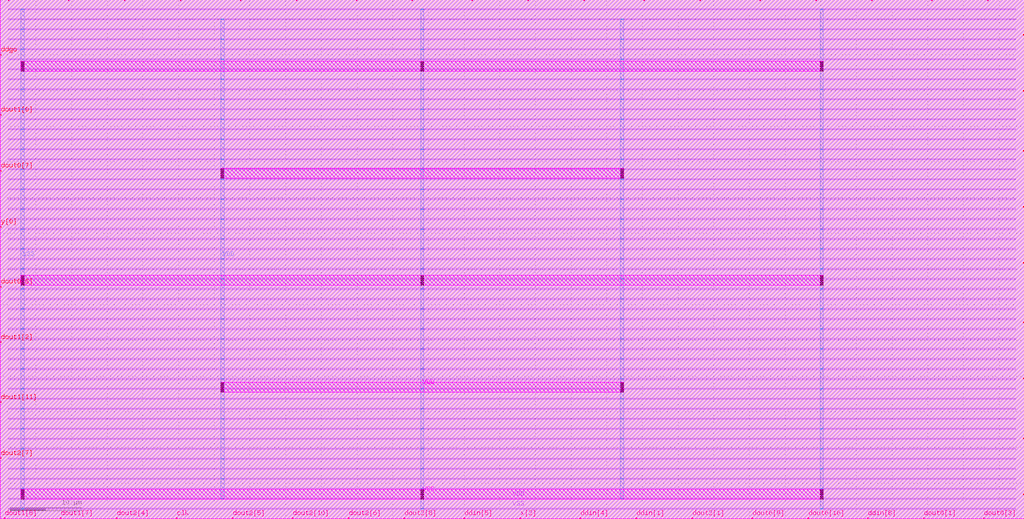
<source format=lef>
VERSION 5.8 ;
BUSBITCHARS "[]" ;
DIVIDERCHAR "/" ;
UNITS
    DATABASE MICRONS 2000 ;
END UNITS

VIA via1_2_960_340_1_3_300_300
  VIARULE Via1Array-0 ;
  CUTSIZE 0.07 0.07 ;
  LAYERS metal1 via1 metal2 ;
  CUTSPACING 0.08 0.08 ;
  ENCLOSURE 0.035 0.05 0.035 0.035 ;
  ROWCOL 1 3 ;
END via1_2_960_340_1_3_300_300

VIA via2_3_960_340_1_3_320_320
  VIARULE Via2Array-0 ;
  CUTSIZE 0.07 0.07 ;
  LAYERS metal2 via2 metal3 ;
  CUTSPACING 0.09 0.09 ;
  ENCLOSURE 0.035 0.035 0.035 0.035 ;
  ROWCOL 1 3 ;
END via2_3_960_340_1_3_320_320

VIA via3_4_960_340_1_3_320_320
  VIARULE Via3Array-0 ;
  CUTSIZE 0.07 0.07 ;
  LAYERS metal3 via3 metal4 ;
  CUTSPACING 0.09 0.09 ;
  ENCLOSURE 0.035 0.035 0.045 0.035 ;
  ROWCOL 1 3 ;
END via3_4_960_340_1_3_320_320

VIA via4_5_960_2800_5_2_600_600
  VIARULE Via4Array-0 ;
  CUTSIZE 0.14 0.14 ;
  LAYERS metal4 via4 metal5 ;
  CUTSPACING 0.16 0.16 ;
  ENCLOSURE 0.02 0 0 0 ;
  ROWCOL 5 2 ;
END via4_5_960_2800_5_2_600_600

VIA via5_6_960_2800_5_2_600_600
  VIARULE Via5Array-0 ;
  CUTSIZE 0.14 0.14 ;
  LAYERS metal5 via5 metal6 ;
  CUTSPACING 0.16 0.16 ;
  ENCLOSURE 0 0 0 0 ;
  ROWCOL 5 2 ;
END via5_6_960_2800_5_2_600_600

VIA via6_7_960_2800_4_1_600_600
  VIARULE Via6Array-0 ;
  CUTSIZE 0.14 0.14 ;
  LAYERS metal6 via6 metal7 ;
  CUTSPACING 0.16 0.16 ;
  ENCLOSURE 0 0 0.13 0.18 ;
  ROWCOL 4 1 ;
END via6_7_960_2800_4_1_600_600

MACRO dctub_part1
  FOREIGN dctub_part1 0 0 ;
  CLASS BLOCK ;
  SIZE 143.485 BY 72.74 ;
  PIN VSS
    USE GROUND ;
    DIRECTION INOUT ;
    PORT
      LAYER metal7 ;
        RECT  2.9 62.7 115.38 64.1 ;
        RECT  2.9 32.7 115.38 34.1 ;
        RECT  2.9 2.7 115.38 4.1 ;
      LAYER metal4 ;
        RECT  114.9 1.315 115.38 71.485 ;
        RECT  58.9 1.315 59.38 71.485 ;
        RECT  2.9 1.315 3.38 71.485 ;
      LAYER metal1 ;
        RECT  1.14 71.315 142.31 71.485 ;
        RECT  1.14 68.515 142.31 68.685 ;
        RECT  1.14 65.715 142.31 65.885 ;
        RECT  1.14 62.915 142.31 63.085 ;
        RECT  1.14 60.115 142.31 60.285 ;
        RECT  1.14 57.315 142.31 57.485 ;
        RECT  1.14 54.515 142.31 54.685 ;
        RECT  1.14 51.715 142.31 51.885 ;
        RECT  1.14 48.915 142.31 49.085 ;
        RECT  1.14 46.115 142.31 46.285 ;
        RECT  1.14 43.315 142.31 43.485 ;
        RECT  1.14 40.515 142.31 40.685 ;
        RECT  1.14 37.715 142.31 37.885 ;
        RECT  1.14 34.915 142.31 35.085 ;
        RECT  1.14 32.115 142.31 32.285 ;
        RECT  1.14 29.315 142.31 29.485 ;
        RECT  1.14 26.515 142.31 26.685 ;
        RECT  1.14 23.715 142.31 23.885 ;
        RECT  1.14 20.915 142.31 21.085 ;
        RECT  1.14 18.115 142.31 18.285 ;
        RECT  1.14 15.315 142.31 15.485 ;
        RECT  1.14 12.515 142.31 12.685 ;
        RECT  1.14 9.715 142.31 9.885 ;
        RECT  1.14 6.915 142.31 7.085 ;
        RECT  1.14 4.115 142.31 4.285 ;
        RECT  1.14 1.315 142.31 1.485 ;
      VIA 115.14 63.4 via6_7_960_2800_4_1_600_600 ;
      VIA 115.14 63.4 via5_6_960_2800_5_2_600_600 ;
      VIA 115.14 63.4 via4_5_960_2800_5_2_600_600 ;
      VIA 115.14 33.4 via6_7_960_2800_4_1_600_600 ;
      VIA 115.14 33.4 via5_6_960_2800_5_2_600_600 ;
      VIA 115.14 33.4 via4_5_960_2800_5_2_600_600 ;
      VIA 115.14 3.4 via6_7_960_2800_4_1_600_600 ;
      VIA 115.14 3.4 via5_6_960_2800_5_2_600_600 ;
      VIA 115.14 3.4 via4_5_960_2800_5_2_600_600 ;
      VIA 59.14 63.4 via6_7_960_2800_4_1_600_600 ;
      VIA 59.14 63.4 via5_6_960_2800_5_2_600_600 ;
      VIA 59.14 63.4 via4_5_960_2800_5_2_600_600 ;
      VIA 59.14 33.4 via6_7_960_2800_4_1_600_600 ;
      VIA 59.14 33.4 via5_6_960_2800_5_2_600_600 ;
      VIA 59.14 33.4 via4_5_960_2800_5_2_600_600 ;
      VIA 59.14 3.4 via6_7_960_2800_4_1_600_600 ;
      VIA 59.14 3.4 via5_6_960_2800_5_2_600_600 ;
      VIA 59.14 3.4 via4_5_960_2800_5_2_600_600 ;
      VIA 3.14 63.4 via6_7_960_2800_4_1_600_600 ;
      VIA 3.14 63.4 via5_6_960_2800_5_2_600_600 ;
      VIA 3.14 63.4 via4_5_960_2800_5_2_600_600 ;
      VIA 3.14 33.4 via6_7_960_2800_4_1_600_600 ;
      VIA 3.14 33.4 via5_6_960_2800_5_2_600_600 ;
      VIA 3.14 33.4 via4_5_960_2800_5_2_600_600 ;
      VIA 3.14 3.4 via6_7_960_2800_4_1_600_600 ;
      VIA 3.14 3.4 via5_6_960_2800_5_2_600_600 ;
      VIA 3.14 3.4 via4_5_960_2800_5_2_600_600 ;
      VIA 115.14 71.4 via3_4_960_340_1_3_320_320 ;
      VIA 115.14 71.4 via2_3_960_340_1_3_320_320 ;
      VIA 115.14 71.4 via1_2_960_340_1_3_300_300 ;
      VIA 115.14 68.6 via3_4_960_340_1_3_320_320 ;
      VIA 115.14 68.6 via2_3_960_340_1_3_320_320 ;
      VIA 115.14 68.6 via1_2_960_340_1_3_300_300 ;
      VIA 115.14 65.8 via3_4_960_340_1_3_320_320 ;
      VIA 115.14 65.8 via2_3_960_340_1_3_320_320 ;
      VIA 115.14 65.8 via1_2_960_340_1_3_300_300 ;
      VIA 115.14 63 via3_4_960_340_1_3_320_320 ;
      VIA 115.14 63 via2_3_960_340_1_3_320_320 ;
      VIA 115.14 63 via1_2_960_340_1_3_300_300 ;
      VIA 115.14 60.2 via3_4_960_340_1_3_320_320 ;
      VIA 115.14 60.2 via2_3_960_340_1_3_320_320 ;
      VIA 115.14 60.2 via1_2_960_340_1_3_300_300 ;
      VIA 115.14 57.4 via3_4_960_340_1_3_320_320 ;
      VIA 115.14 57.4 via2_3_960_340_1_3_320_320 ;
      VIA 115.14 57.4 via1_2_960_340_1_3_300_300 ;
      VIA 115.14 54.6 via3_4_960_340_1_3_320_320 ;
      VIA 115.14 54.6 via2_3_960_340_1_3_320_320 ;
      VIA 115.14 54.6 via1_2_960_340_1_3_300_300 ;
      VIA 115.14 51.8 via3_4_960_340_1_3_320_320 ;
      VIA 115.14 51.8 via2_3_960_340_1_3_320_320 ;
      VIA 115.14 51.8 via1_2_960_340_1_3_300_300 ;
      VIA 115.14 49 via3_4_960_340_1_3_320_320 ;
      VIA 115.14 49 via2_3_960_340_1_3_320_320 ;
      VIA 115.14 49 via1_2_960_340_1_3_300_300 ;
      VIA 115.14 46.2 via3_4_960_340_1_3_320_320 ;
      VIA 115.14 46.2 via2_3_960_340_1_3_320_320 ;
      VIA 115.14 46.2 via1_2_960_340_1_3_300_300 ;
      VIA 115.14 43.4 via3_4_960_340_1_3_320_320 ;
      VIA 115.14 43.4 via2_3_960_340_1_3_320_320 ;
      VIA 115.14 43.4 via1_2_960_340_1_3_300_300 ;
      VIA 115.14 40.6 via3_4_960_340_1_3_320_320 ;
      VIA 115.14 40.6 via2_3_960_340_1_3_320_320 ;
      VIA 115.14 40.6 via1_2_960_340_1_3_300_300 ;
      VIA 115.14 37.8 via3_4_960_340_1_3_320_320 ;
      VIA 115.14 37.8 via2_3_960_340_1_3_320_320 ;
      VIA 115.14 37.8 via1_2_960_340_1_3_300_300 ;
      VIA 115.14 35 via3_4_960_340_1_3_320_320 ;
      VIA 115.14 35 via2_3_960_340_1_3_320_320 ;
      VIA 115.14 35 via1_2_960_340_1_3_300_300 ;
      VIA 115.14 32.2 via3_4_960_340_1_3_320_320 ;
      VIA 115.14 32.2 via2_3_960_340_1_3_320_320 ;
      VIA 115.14 32.2 via1_2_960_340_1_3_300_300 ;
      VIA 115.14 29.4 via3_4_960_340_1_3_320_320 ;
      VIA 115.14 29.4 via2_3_960_340_1_3_320_320 ;
      VIA 115.14 29.4 via1_2_960_340_1_3_300_300 ;
      VIA 115.14 26.6 via3_4_960_340_1_3_320_320 ;
      VIA 115.14 26.6 via2_3_960_340_1_3_320_320 ;
      VIA 115.14 26.6 via1_2_960_340_1_3_300_300 ;
      VIA 115.14 23.8 via3_4_960_340_1_3_320_320 ;
      VIA 115.14 23.8 via2_3_960_340_1_3_320_320 ;
      VIA 115.14 23.8 via1_2_960_340_1_3_300_300 ;
      VIA 115.14 21 via3_4_960_340_1_3_320_320 ;
      VIA 115.14 21 via2_3_960_340_1_3_320_320 ;
      VIA 115.14 21 via1_2_960_340_1_3_300_300 ;
      VIA 115.14 18.2 via3_4_960_340_1_3_320_320 ;
      VIA 115.14 18.2 via2_3_960_340_1_3_320_320 ;
      VIA 115.14 18.2 via1_2_960_340_1_3_300_300 ;
      VIA 115.14 15.4 via3_4_960_340_1_3_320_320 ;
      VIA 115.14 15.4 via2_3_960_340_1_3_320_320 ;
      VIA 115.14 15.4 via1_2_960_340_1_3_300_300 ;
      VIA 115.14 12.6 via3_4_960_340_1_3_320_320 ;
      VIA 115.14 12.6 via2_3_960_340_1_3_320_320 ;
      VIA 115.14 12.6 via1_2_960_340_1_3_300_300 ;
      VIA 115.14 9.8 via3_4_960_340_1_3_320_320 ;
      VIA 115.14 9.8 via2_3_960_340_1_3_320_320 ;
      VIA 115.14 9.8 via1_2_960_340_1_3_300_300 ;
      VIA 115.14 7 via3_4_960_340_1_3_320_320 ;
      VIA 115.14 7 via2_3_960_340_1_3_320_320 ;
      VIA 115.14 7 via1_2_960_340_1_3_300_300 ;
      VIA 115.14 4.2 via3_4_960_340_1_3_320_320 ;
      VIA 115.14 4.2 via2_3_960_340_1_3_320_320 ;
      VIA 115.14 4.2 via1_2_960_340_1_3_300_300 ;
      VIA 115.14 1.4 via3_4_960_340_1_3_320_320 ;
      VIA 115.14 1.4 via2_3_960_340_1_3_320_320 ;
      VIA 115.14 1.4 via1_2_960_340_1_3_300_300 ;
      VIA 59.14 71.4 via3_4_960_340_1_3_320_320 ;
      VIA 59.14 71.4 via2_3_960_340_1_3_320_320 ;
      VIA 59.14 71.4 via1_2_960_340_1_3_300_300 ;
      VIA 59.14 68.6 via3_4_960_340_1_3_320_320 ;
      VIA 59.14 68.6 via2_3_960_340_1_3_320_320 ;
      VIA 59.14 68.6 via1_2_960_340_1_3_300_300 ;
      VIA 59.14 65.8 via3_4_960_340_1_3_320_320 ;
      VIA 59.14 65.8 via2_3_960_340_1_3_320_320 ;
      VIA 59.14 65.8 via1_2_960_340_1_3_300_300 ;
      VIA 59.14 63 via3_4_960_340_1_3_320_320 ;
      VIA 59.14 63 via2_3_960_340_1_3_320_320 ;
      VIA 59.14 63 via1_2_960_340_1_3_300_300 ;
      VIA 59.14 60.2 via3_4_960_340_1_3_320_320 ;
      VIA 59.14 60.2 via2_3_960_340_1_3_320_320 ;
      VIA 59.14 60.2 via1_2_960_340_1_3_300_300 ;
      VIA 59.14 57.4 via3_4_960_340_1_3_320_320 ;
      VIA 59.14 57.4 via2_3_960_340_1_3_320_320 ;
      VIA 59.14 57.4 via1_2_960_340_1_3_300_300 ;
      VIA 59.14 54.6 via3_4_960_340_1_3_320_320 ;
      VIA 59.14 54.6 via2_3_960_340_1_3_320_320 ;
      VIA 59.14 54.6 via1_2_960_340_1_3_300_300 ;
      VIA 59.14 51.8 via3_4_960_340_1_3_320_320 ;
      VIA 59.14 51.8 via2_3_960_340_1_3_320_320 ;
      VIA 59.14 51.8 via1_2_960_340_1_3_300_300 ;
      VIA 59.14 49 via3_4_960_340_1_3_320_320 ;
      VIA 59.14 49 via2_3_960_340_1_3_320_320 ;
      VIA 59.14 49 via1_2_960_340_1_3_300_300 ;
      VIA 59.14 46.2 via3_4_960_340_1_3_320_320 ;
      VIA 59.14 46.2 via2_3_960_340_1_3_320_320 ;
      VIA 59.14 46.2 via1_2_960_340_1_3_300_300 ;
      VIA 59.14 43.4 via3_4_960_340_1_3_320_320 ;
      VIA 59.14 43.4 via2_3_960_340_1_3_320_320 ;
      VIA 59.14 43.4 via1_2_960_340_1_3_300_300 ;
      VIA 59.14 40.6 via3_4_960_340_1_3_320_320 ;
      VIA 59.14 40.6 via2_3_960_340_1_3_320_320 ;
      VIA 59.14 40.6 via1_2_960_340_1_3_300_300 ;
      VIA 59.14 37.8 via3_4_960_340_1_3_320_320 ;
      VIA 59.14 37.8 via2_3_960_340_1_3_320_320 ;
      VIA 59.14 37.8 via1_2_960_340_1_3_300_300 ;
      VIA 59.14 35 via3_4_960_340_1_3_320_320 ;
      VIA 59.14 35 via2_3_960_340_1_3_320_320 ;
      VIA 59.14 35 via1_2_960_340_1_3_300_300 ;
      VIA 59.14 32.2 via3_4_960_340_1_3_320_320 ;
      VIA 59.14 32.2 via2_3_960_340_1_3_320_320 ;
      VIA 59.14 32.2 via1_2_960_340_1_3_300_300 ;
      VIA 59.14 29.4 via3_4_960_340_1_3_320_320 ;
      VIA 59.14 29.4 via2_3_960_340_1_3_320_320 ;
      VIA 59.14 29.4 via1_2_960_340_1_3_300_300 ;
      VIA 59.14 26.6 via3_4_960_340_1_3_320_320 ;
      VIA 59.14 26.6 via2_3_960_340_1_3_320_320 ;
      VIA 59.14 26.6 via1_2_960_340_1_3_300_300 ;
      VIA 59.14 23.8 via3_4_960_340_1_3_320_320 ;
      VIA 59.14 23.8 via2_3_960_340_1_3_320_320 ;
      VIA 59.14 23.8 via1_2_960_340_1_3_300_300 ;
      VIA 59.14 21 via3_4_960_340_1_3_320_320 ;
      VIA 59.14 21 via2_3_960_340_1_3_320_320 ;
      VIA 59.14 21 via1_2_960_340_1_3_300_300 ;
      VIA 59.14 18.2 via3_4_960_340_1_3_320_320 ;
      VIA 59.14 18.2 via2_3_960_340_1_3_320_320 ;
      VIA 59.14 18.2 via1_2_960_340_1_3_300_300 ;
      VIA 59.14 15.4 via3_4_960_340_1_3_320_320 ;
      VIA 59.14 15.4 via2_3_960_340_1_3_320_320 ;
      VIA 59.14 15.4 via1_2_960_340_1_3_300_300 ;
      VIA 59.14 12.6 via3_4_960_340_1_3_320_320 ;
      VIA 59.14 12.6 via2_3_960_340_1_3_320_320 ;
      VIA 59.14 12.6 via1_2_960_340_1_3_300_300 ;
      VIA 59.14 9.8 via3_4_960_340_1_3_320_320 ;
      VIA 59.14 9.8 via2_3_960_340_1_3_320_320 ;
      VIA 59.14 9.8 via1_2_960_340_1_3_300_300 ;
      VIA 59.14 7 via3_4_960_340_1_3_320_320 ;
      VIA 59.14 7 via2_3_960_340_1_3_320_320 ;
      VIA 59.14 7 via1_2_960_340_1_3_300_300 ;
      VIA 59.14 4.2 via3_4_960_340_1_3_320_320 ;
      VIA 59.14 4.2 via2_3_960_340_1_3_320_320 ;
      VIA 59.14 4.2 via1_2_960_340_1_3_300_300 ;
      VIA 59.14 1.4 via3_4_960_340_1_3_320_320 ;
      VIA 59.14 1.4 via2_3_960_340_1_3_320_320 ;
      VIA 59.14 1.4 via1_2_960_340_1_3_300_300 ;
      VIA 3.14 71.4 via3_4_960_340_1_3_320_320 ;
      VIA 3.14 71.4 via2_3_960_340_1_3_320_320 ;
      VIA 3.14 71.4 via1_2_960_340_1_3_300_300 ;
      VIA 3.14 68.6 via3_4_960_340_1_3_320_320 ;
      VIA 3.14 68.6 via2_3_960_340_1_3_320_320 ;
      VIA 3.14 68.6 via1_2_960_340_1_3_300_300 ;
      VIA 3.14 65.8 via3_4_960_340_1_3_320_320 ;
      VIA 3.14 65.8 via2_3_960_340_1_3_320_320 ;
      VIA 3.14 65.8 via1_2_960_340_1_3_300_300 ;
      VIA 3.14 63 via3_4_960_340_1_3_320_320 ;
      VIA 3.14 63 via2_3_960_340_1_3_320_320 ;
      VIA 3.14 63 via1_2_960_340_1_3_300_300 ;
      VIA 3.14 60.2 via3_4_960_340_1_3_320_320 ;
      VIA 3.14 60.2 via2_3_960_340_1_3_320_320 ;
      VIA 3.14 60.2 via1_2_960_340_1_3_300_300 ;
      VIA 3.14 57.4 via3_4_960_340_1_3_320_320 ;
      VIA 3.14 57.4 via2_3_960_340_1_3_320_320 ;
      VIA 3.14 57.4 via1_2_960_340_1_3_300_300 ;
      VIA 3.14 54.6 via3_4_960_340_1_3_320_320 ;
      VIA 3.14 54.6 via2_3_960_340_1_3_320_320 ;
      VIA 3.14 54.6 via1_2_960_340_1_3_300_300 ;
      VIA 3.14 51.8 via3_4_960_340_1_3_320_320 ;
      VIA 3.14 51.8 via2_3_960_340_1_3_320_320 ;
      VIA 3.14 51.8 via1_2_960_340_1_3_300_300 ;
      VIA 3.14 49 via3_4_960_340_1_3_320_320 ;
      VIA 3.14 49 via2_3_960_340_1_3_320_320 ;
      VIA 3.14 49 via1_2_960_340_1_3_300_300 ;
      VIA 3.14 46.2 via3_4_960_340_1_3_320_320 ;
      VIA 3.14 46.2 via2_3_960_340_1_3_320_320 ;
      VIA 3.14 46.2 via1_2_960_340_1_3_300_300 ;
      VIA 3.14 43.4 via3_4_960_340_1_3_320_320 ;
      VIA 3.14 43.4 via2_3_960_340_1_3_320_320 ;
      VIA 3.14 43.4 via1_2_960_340_1_3_300_300 ;
      VIA 3.14 40.6 via3_4_960_340_1_3_320_320 ;
      VIA 3.14 40.6 via2_3_960_340_1_3_320_320 ;
      VIA 3.14 40.6 via1_2_960_340_1_3_300_300 ;
      VIA 3.14 37.8 via3_4_960_340_1_3_320_320 ;
      VIA 3.14 37.8 via2_3_960_340_1_3_320_320 ;
      VIA 3.14 37.8 via1_2_960_340_1_3_300_300 ;
      VIA 3.14 35 via3_4_960_340_1_3_320_320 ;
      VIA 3.14 35 via2_3_960_340_1_3_320_320 ;
      VIA 3.14 35 via1_2_960_340_1_3_300_300 ;
      VIA 3.14 32.2 via3_4_960_340_1_3_320_320 ;
      VIA 3.14 32.2 via2_3_960_340_1_3_320_320 ;
      VIA 3.14 32.2 via1_2_960_340_1_3_300_300 ;
      VIA 3.14 29.4 via3_4_960_340_1_3_320_320 ;
      VIA 3.14 29.4 via2_3_960_340_1_3_320_320 ;
      VIA 3.14 29.4 via1_2_960_340_1_3_300_300 ;
      VIA 3.14 26.6 via3_4_960_340_1_3_320_320 ;
      VIA 3.14 26.6 via2_3_960_340_1_3_320_320 ;
      VIA 3.14 26.6 via1_2_960_340_1_3_300_300 ;
      VIA 3.14 23.8 via3_4_960_340_1_3_320_320 ;
      VIA 3.14 23.8 via2_3_960_340_1_3_320_320 ;
      VIA 3.14 23.8 via1_2_960_340_1_3_300_300 ;
      VIA 3.14 21 via3_4_960_340_1_3_320_320 ;
      VIA 3.14 21 via2_3_960_340_1_3_320_320 ;
      VIA 3.14 21 via1_2_960_340_1_3_300_300 ;
      VIA 3.14 18.2 via3_4_960_340_1_3_320_320 ;
      VIA 3.14 18.2 via2_3_960_340_1_3_320_320 ;
      VIA 3.14 18.2 via1_2_960_340_1_3_300_300 ;
      VIA 3.14 15.4 via3_4_960_340_1_3_320_320 ;
      VIA 3.14 15.4 via2_3_960_340_1_3_320_320 ;
      VIA 3.14 15.4 via1_2_960_340_1_3_300_300 ;
      VIA 3.14 12.6 via3_4_960_340_1_3_320_320 ;
      VIA 3.14 12.6 via2_3_960_340_1_3_320_320 ;
      VIA 3.14 12.6 via1_2_960_340_1_3_300_300 ;
      VIA 3.14 9.8 via3_4_960_340_1_3_320_320 ;
      VIA 3.14 9.8 via2_3_960_340_1_3_320_320 ;
      VIA 3.14 9.8 via1_2_960_340_1_3_300_300 ;
      VIA 3.14 7 via3_4_960_340_1_3_320_320 ;
      VIA 3.14 7 via2_3_960_340_1_3_320_320 ;
      VIA 3.14 7 via1_2_960_340_1_3_300_300 ;
      VIA 3.14 4.2 via3_4_960_340_1_3_320_320 ;
      VIA 3.14 4.2 via2_3_960_340_1_3_320_320 ;
      VIA 3.14 4.2 via1_2_960_340_1_3_300_300 ;
      VIA 3.14 1.4 via3_4_960_340_1_3_320_320 ;
      VIA 3.14 1.4 via2_3_960_340_1_3_320_320 ;
      VIA 3.14 1.4 via1_2_960_340_1_3_300_300 ;
    END
  END VSS
  PIN VDD
    USE POWER ;
    DIRECTION INOUT ;
    PORT
      LAYER metal7 ;
        RECT  30.9 47.7 87.38 49.1 ;
        RECT  30.9 17.7 87.38 19.1 ;
      LAYER metal4 ;
        RECT  86.9 2.715 87.38 70.085 ;
        RECT  30.9 2.715 31.38 70.085 ;
      LAYER metal1 ;
        RECT  1.14 69.915 142.31 70.085 ;
        RECT  1.14 67.115 142.31 67.285 ;
        RECT  1.14 64.315 142.31 64.485 ;
        RECT  1.14 61.515 142.31 61.685 ;
        RECT  1.14 58.715 142.31 58.885 ;
        RECT  1.14 55.915 142.31 56.085 ;
        RECT  1.14 53.115 142.31 53.285 ;
        RECT  1.14 50.315 142.31 50.485 ;
        RECT  1.14 47.515 142.31 47.685 ;
        RECT  1.14 44.715 142.31 44.885 ;
        RECT  1.14 41.915 142.31 42.085 ;
        RECT  1.14 39.115 142.31 39.285 ;
        RECT  1.14 36.315 142.31 36.485 ;
        RECT  1.14 33.515 142.31 33.685 ;
        RECT  1.14 30.715 142.31 30.885 ;
        RECT  1.14 27.915 142.31 28.085 ;
        RECT  1.14 25.115 142.31 25.285 ;
        RECT  1.14 22.315 142.31 22.485 ;
        RECT  1.14 19.515 142.31 19.685 ;
        RECT  1.14 16.715 142.31 16.885 ;
        RECT  1.14 13.915 142.31 14.085 ;
        RECT  1.14 11.115 142.31 11.285 ;
        RECT  1.14 8.315 142.31 8.485 ;
        RECT  1.14 5.515 142.31 5.685 ;
        RECT  1.14 2.715 142.31 2.885 ;
      VIA 87.14 48.4 via6_7_960_2800_4_1_600_600 ;
      VIA 87.14 48.4 via5_6_960_2800_5_2_600_600 ;
      VIA 87.14 48.4 via4_5_960_2800_5_2_600_600 ;
      VIA 87.14 18.4 via6_7_960_2800_4_1_600_600 ;
      VIA 87.14 18.4 via5_6_960_2800_5_2_600_600 ;
      VIA 87.14 18.4 via4_5_960_2800_5_2_600_600 ;
      VIA 31.14 48.4 via6_7_960_2800_4_1_600_600 ;
      VIA 31.14 48.4 via5_6_960_2800_5_2_600_600 ;
      VIA 31.14 48.4 via4_5_960_2800_5_2_600_600 ;
      VIA 31.14 18.4 via6_7_960_2800_4_1_600_600 ;
      VIA 31.14 18.4 via5_6_960_2800_5_2_600_600 ;
      VIA 31.14 18.4 via4_5_960_2800_5_2_600_600 ;
      VIA 87.14 70 via3_4_960_340_1_3_320_320 ;
      VIA 87.14 70 via2_3_960_340_1_3_320_320 ;
      VIA 87.14 70 via1_2_960_340_1_3_300_300 ;
      VIA 87.14 67.2 via3_4_960_340_1_3_320_320 ;
      VIA 87.14 67.2 via2_3_960_340_1_3_320_320 ;
      VIA 87.14 67.2 via1_2_960_340_1_3_300_300 ;
      VIA 87.14 64.4 via3_4_960_340_1_3_320_320 ;
      VIA 87.14 64.4 via2_3_960_340_1_3_320_320 ;
      VIA 87.14 64.4 via1_2_960_340_1_3_300_300 ;
      VIA 87.14 61.6 via3_4_960_340_1_3_320_320 ;
      VIA 87.14 61.6 via2_3_960_340_1_3_320_320 ;
      VIA 87.14 61.6 via1_2_960_340_1_3_300_300 ;
      VIA 87.14 58.8 via3_4_960_340_1_3_320_320 ;
      VIA 87.14 58.8 via2_3_960_340_1_3_320_320 ;
      VIA 87.14 58.8 via1_2_960_340_1_3_300_300 ;
      VIA 87.14 56 via3_4_960_340_1_3_320_320 ;
      VIA 87.14 56 via2_3_960_340_1_3_320_320 ;
      VIA 87.14 56 via1_2_960_340_1_3_300_300 ;
      VIA 87.14 53.2 via3_4_960_340_1_3_320_320 ;
      VIA 87.14 53.2 via2_3_960_340_1_3_320_320 ;
      VIA 87.14 53.2 via1_2_960_340_1_3_300_300 ;
      VIA 87.14 50.4 via3_4_960_340_1_3_320_320 ;
      VIA 87.14 50.4 via2_3_960_340_1_3_320_320 ;
      VIA 87.14 50.4 via1_2_960_340_1_3_300_300 ;
      VIA 87.14 47.6 via3_4_960_340_1_3_320_320 ;
      VIA 87.14 47.6 via2_3_960_340_1_3_320_320 ;
      VIA 87.14 47.6 via1_2_960_340_1_3_300_300 ;
      VIA 87.14 44.8 via3_4_960_340_1_3_320_320 ;
      VIA 87.14 44.8 via2_3_960_340_1_3_320_320 ;
      VIA 87.14 44.8 via1_2_960_340_1_3_300_300 ;
      VIA 87.14 42 via3_4_960_340_1_3_320_320 ;
      VIA 87.14 42 via2_3_960_340_1_3_320_320 ;
      VIA 87.14 42 via1_2_960_340_1_3_300_300 ;
      VIA 87.14 39.2 via3_4_960_340_1_3_320_320 ;
      VIA 87.14 39.2 via2_3_960_340_1_3_320_320 ;
      VIA 87.14 39.2 via1_2_960_340_1_3_300_300 ;
      VIA 87.14 36.4 via3_4_960_340_1_3_320_320 ;
      VIA 87.14 36.4 via2_3_960_340_1_3_320_320 ;
      VIA 87.14 36.4 via1_2_960_340_1_3_300_300 ;
      VIA 87.14 33.6 via3_4_960_340_1_3_320_320 ;
      VIA 87.14 33.6 via2_3_960_340_1_3_320_320 ;
      VIA 87.14 33.6 via1_2_960_340_1_3_300_300 ;
      VIA 87.14 30.8 via3_4_960_340_1_3_320_320 ;
      VIA 87.14 30.8 via2_3_960_340_1_3_320_320 ;
      VIA 87.14 30.8 via1_2_960_340_1_3_300_300 ;
      VIA 87.14 28 via3_4_960_340_1_3_320_320 ;
      VIA 87.14 28 via2_3_960_340_1_3_320_320 ;
      VIA 87.14 28 via1_2_960_340_1_3_300_300 ;
      VIA 87.14 25.2 via3_4_960_340_1_3_320_320 ;
      VIA 87.14 25.2 via2_3_960_340_1_3_320_320 ;
      VIA 87.14 25.2 via1_2_960_340_1_3_300_300 ;
      VIA 87.14 22.4 via3_4_960_340_1_3_320_320 ;
      VIA 87.14 22.4 via2_3_960_340_1_3_320_320 ;
      VIA 87.14 22.4 via1_2_960_340_1_3_300_300 ;
      VIA 87.14 19.6 via3_4_960_340_1_3_320_320 ;
      VIA 87.14 19.6 via2_3_960_340_1_3_320_320 ;
      VIA 87.14 19.6 via1_2_960_340_1_3_300_300 ;
      VIA 87.14 16.8 via3_4_960_340_1_3_320_320 ;
      VIA 87.14 16.8 via2_3_960_340_1_3_320_320 ;
      VIA 87.14 16.8 via1_2_960_340_1_3_300_300 ;
      VIA 87.14 14 via3_4_960_340_1_3_320_320 ;
      VIA 87.14 14 via2_3_960_340_1_3_320_320 ;
      VIA 87.14 14 via1_2_960_340_1_3_300_300 ;
      VIA 87.14 11.2 via3_4_960_340_1_3_320_320 ;
      VIA 87.14 11.2 via2_3_960_340_1_3_320_320 ;
      VIA 87.14 11.2 via1_2_960_340_1_3_300_300 ;
      VIA 87.14 8.4 via3_4_960_340_1_3_320_320 ;
      VIA 87.14 8.4 via2_3_960_340_1_3_320_320 ;
      VIA 87.14 8.4 via1_2_960_340_1_3_300_300 ;
      VIA 87.14 5.6 via3_4_960_340_1_3_320_320 ;
      VIA 87.14 5.6 via2_3_960_340_1_3_320_320 ;
      VIA 87.14 5.6 via1_2_960_340_1_3_300_300 ;
      VIA 87.14 2.8 via3_4_960_340_1_3_320_320 ;
      VIA 87.14 2.8 via2_3_960_340_1_3_320_320 ;
      VIA 87.14 2.8 via1_2_960_340_1_3_300_300 ;
      VIA 31.14 70 via3_4_960_340_1_3_320_320 ;
      VIA 31.14 70 via2_3_960_340_1_3_320_320 ;
      VIA 31.14 70 via1_2_960_340_1_3_300_300 ;
      VIA 31.14 67.2 via3_4_960_340_1_3_320_320 ;
      VIA 31.14 67.2 via2_3_960_340_1_3_320_320 ;
      VIA 31.14 67.2 via1_2_960_340_1_3_300_300 ;
      VIA 31.14 64.4 via3_4_960_340_1_3_320_320 ;
      VIA 31.14 64.4 via2_3_960_340_1_3_320_320 ;
      VIA 31.14 64.4 via1_2_960_340_1_3_300_300 ;
      VIA 31.14 61.6 via3_4_960_340_1_3_320_320 ;
      VIA 31.14 61.6 via2_3_960_340_1_3_320_320 ;
      VIA 31.14 61.6 via1_2_960_340_1_3_300_300 ;
      VIA 31.14 58.8 via3_4_960_340_1_3_320_320 ;
      VIA 31.14 58.8 via2_3_960_340_1_3_320_320 ;
      VIA 31.14 58.8 via1_2_960_340_1_3_300_300 ;
      VIA 31.14 56 via3_4_960_340_1_3_320_320 ;
      VIA 31.14 56 via2_3_960_340_1_3_320_320 ;
      VIA 31.14 56 via1_2_960_340_1_3_300_300 ;
      VIA 31.14 53.2 via3_4_960_340_1_3_320_320 ;
      VIA 31.14 53.2 via2_3_960_340_1_3_320_320 ;
      VIA 31.14 53.2 via1_2_960_340_1_3_300_300 ;
      VIA 31.14 50.4 via3_4_960_340_1_3_320_320 ;
      VIA 31.14 50.4 via2_3_960_340_1_3_320_320 ;
      VIA 31.14 50.4 via1_2_960_340_1_3_300_300 ;
      VIA 31.14 47.6 via3_4_960_340_1_3_320_320 ;
      VIA 31.14 47.6 via2_3_960_340_1_3_320_320 ;
      VIA 31.14 47.6 via1_2_960_340_1_3_300_300 ;
      VIA 31.14 44.8 via3_4_960_340_1_3_320_320 ;
      VIA 31.14 44.8 via2_3_960_340_1_3_320_320 ;
      VIA 31.14 44.8 via1_2_960_340_1_3_300_300 ;
      VIA 31.14 42 via3_4_960_340_1_3_320_320 ;
      VIA 31.14 42 via2_3_960_340_1_3_320_320 ;
      VIA 31.14 42 via1_2_960_340_1_3_300_300 ;
      VIA 31.14 39.2 via3_4_960_340_1_3_320_320 ;
      VIA 31.14 39.2 via2_3_960_340_1_3_320_320 ;
      VIA 31.14 39.2 via1_2_960_340_1_3_300_300 ;
      VIA 31.14 36.4 via3_4_960_340_1_3_320_320 ;
      VIA 31.14 36.4 via2_3_960_340_1_3_320_320 ;
      VIA 31.14 36.4 via1_2_960_340_1_3_300_300 ;
      VIA 31.14 33.6 via3_4_960_340_1_3_320_320 ;
      VIA 31.14 33.6 via2_3_960_340_1_3_320_320 ;
      VIA 31.14 33.6 via1_2_960_340_1_3_300_300 ;
      VIA 31.14 30.8 via3_4_960_340_1_3_320_320 ;
      VIA 31.14 30.8 via2_3_960_340_1_3_320_320 ;
      VIA 31.14 30.8 via1_2_960_340_1_3_300_300 ;
      VIA 31.14 28 via3_4_960_340_1_3_320_320 ;
      VIA 31.14 28 via2_3_960_340_1_3_320_320 ;
      VIA 31.14 28 via1_2_960_340_1_3_300_300 ;
      VIA 31.14 25.2 via3_4_960_340_1_3_320_320 ;
      VIA 31.14 25.2 via2_3_960_340_1_3_320_320 ;
      VIA 31.14 25.2 via1_2_960_340_1_3_300_300 ;
      VIA 31.14 22.4 via3_4_960_340_1_3_320_320 ;
      VIA 31.14 22.4 via2_3_960_340_1_3_320_320 ;
      VIA 31.14 22.4 via1_2_960_340_1_3_300_300 ;
      VIA 31.14 19.6 via3_4_960_340_1_3_320_320 ;
      VIA 31.14 19.6 via2_3_960_340_1_3_320_320 ;
      VIA 31.14 19.6 via1_2_960_340_1_3_300_300 ;
      VIA 31.14 16.8 via3_4_960_340_1_3_320_320 ;
      VIA 31.14 16.8 via2_3_960_340_1_3_320_320 ;
      VIA 31.14 16.8 via1_2_960_340_1_3_300_300 ;
      VIA 31.14 14 via3_4_960_340_1_3_320_320 ;
      VIA 31.14 14 via2_3_960_340_1_3_320_320 ;
      VIA 31.14 14 via1_2_960_340_1_3_300_300 ;
      VIA 31.14 11.2 via3_4_960_340_1_3_320_320 ;
      VIA 31.14 11.2 via2_3_960_340_1_3_320_320 ;
      VIA 31.14 11.2 via1_2_960_340_1_3_300_300 ;
      VIA 31.14 8.4 via3_4_960_340_1_3_320_320 ;
      VIA 31.14 8.4 via2_3_960_340_1_3_320_320 ;
      VIA 31.14 8.4 via1_2_960_340_1_3_300_300 ;
      VIA 31.14 5.6 via3_4_960_340_1_3_320_320 ;
      VIA 31.14 5.6 via2_3_960_340_1_3_320_320 ;
      VIA 31.14 5.6 via1_2_960_340_1_3_300_300 ;
      VIA 31.14 2.8 via3_4_960_340_1_3_320_320 ;
      VIA 31.14 2.8 via2_3_960_340_1_3_320_320 ;
      VIA 31.14 2.8 via1_2_960_340_1_3_300_300 ;
    END
  END VDD
  PIN clk
    DIRECTION INPUT ;
    USE SIGNAL ;
    PORT
      LAYER metal6 ;
        RECT  24.665 0 24.805 0.14 ;
    END
  END clk
  PIN ddgo
    DIRECTION INPUT ;
    USE SIGNAL ;
    PORT
      LAYER metal5 ;
        RECT  0 64.96 0.14 65.1 ;
    END
  END ddgo
  PIN ddin[1]
    DIRECTION INPUT ;
    USE SIGNAL ;
    PORT
      LAYER metal6 ;
        RECT  89.065 0 89.205 0.14 ;
    END
  END ddin[1]
  PIN ddin[2]
    DIRECTION INPUT ;
    USE SIGNAL ;
    PORT
      LAYER metal6 ;
        RECT  41.465 72.6 41.605 72.74 ;
    END
  END ddin[2]
  PIN ddin[3]
    DIRECTION INPUT ;
    USE SIGNAL ;
    PORT
      LAYER metal5 ;
        RECT  143.345 19.6 143.485 19.74 ;
    END
  END ddin[3]
  PIN ddin[4]
    DIRECTION INPUT ;
    USE SIGNAL ;
    PORT
      LAYER metal6 ;
        RECT  81.225 0 81.365 0.14 ;
    END
  END ddin[4]
  PIN ddin[5]
    DIRECTION INPUT ;
    USE SIGNAL ;
    PORT
      LAYER metal6 ;
        RECT  64.985 0 65.125 0.14 ;
    END
  END ddin[5]
  PIN ddin[6]
    DIRECTION INPUT ;
    USE SIGNAL ;
    PORT
      LAYER metal6 ;
        RECT  9.545 72.6 9.685 72.74 ;
    END
  END ddin[6]
  PIN ddin[7]
    DIRECTION INPUT ;
    USE SIGNAL ;
    PORT
      LAYER metal6 ;
        RECT  33.625 72.6 33.765 72.74 ;
    END
  END ddin[7]
  PIN ddin[8]
    DIRECTION INPUT ;
    USE SIGNAL ;
    PORT
      LAYER metal6 ;
        RECT  121.545 0 121.685 0.14 ;
    END
  END ddin[8]
  PIN dout0[0]
    DIRECTION OUTPUT ;
    USE SIGNAL ;
    PORT
      LAYER metal6 ;
        RECT  106.425 72.6 106.565 72.74 ;
    END
  END dout0[0]
  PIN dout0[10]
    DIRECTION OUTPUT ;
    USE SIGNAL ;
    PORT
      LAYER metal6 ;
        RECT  113.145 0 113.285 0.14 ;
    END
  END dout0[10]
  PIN dout0[11]
    DIRECTION OUTPUT ;
    USE SIGNAL ;
    PORT
      LAYER metal6 ;
        RECT  122.105 72.6 122.245 72.74 ;
    END
  END dout0[11]
  PIN dout0[1]
    DIRECTION OUTPUT ;
    USE SIGNAL ;
    PORT
      LAYER metal6 ;
        RECT  129.385 0 129.525 0.14 ;
    END
  END dout0[1]
  PIN dout0[2]
    DIRECTION OUTPUT ;
    USE SIGNAL ;
    PORT
      LAYER metal6 ;
        RECT  49.865 72.6 50.005 72.74 ;
    END
  END dout0[2]
  PIN dout0[3]
    DIRECTION OUTPUT ;
    USE SIGNAL ;
    PORT
      LAYER metal6 ;
        RECT  137.785 0 137.925 0.14 ;
    END
  END dout0[3]
  PIN dout0[4]
    DIRECTION OUTPUT ;
    USE SIGNAL ;
    PORT
      LAYER metal6 ;
        RECT  1.145 72.6 1.285 72.74 ;
    END
  END dout0[4]
  PIN dout0[5]
    DIRECTION OUTPUT ;
    USE SIGNAL ;
    PORT
      LAYER metal5 ;
        RECT  143.345 59.92 143.485 60.06 ;
    END
  END dout0[5]
  PIN dout0[6]
    DIRECTION OUTPUT ;
    USE SIGNAL ;
    PORT
      LAYER metal5 ;
        RECT  0 32.48 0.14 32.62 ;
    END
  END dout0[6]
  PIN dout0[7]
    DIRECTION OUTPUT ;
    USE SIGNAL ;
    PORT
      LAYER metal5 ;
        RECT  0 48.72 0.14 48.86 ;
    END
  END dout0[7]
  PIN dout0[8]
    DIRECTION OUTPUT ;
    USE SIGNAL ;
    PORT
      LAYER metal6 ;
        RECT  17.385 72.6 17.525 72.74 ;
    END
  END dout0[8]
  PIN dout0[9]
    DIRECTION OUTPUT ;
    USE SIGNAL ;
    PORT
      LAYER metal6 ;
        RECT  105.305 0 105.445 0.14 ;
    END
  END dout0[9]
  PIN dout1[0]
    DIRECTION OUTPUT ;
    USE SIGNAL ;
    PORT
      LAYER metal5 ;
        RECT  0 56.56 0.14 56.7 ;
    END
  END dout1[0]
  PIN dout1[10]
    DIRECTION OUTPUT ;
    USE SIGNAL ;
    PORT
      LAYER metal5 ;
        RECT  143.345 43.68 143.485 43.82 ;
    END
  END dout1[10]
  PIN dout1[11]
    DIRECTION OUTPUT ;
    USE SIGNAL ;
    PORT
      LAYER metal5 ;
        RECT  0 16.24 0.14 16.38 ;
    END
  END dout1[11]
  PIN dout1[1]
    DIRECTION OUTPUT ;
    USE SIGNAL ;
    PORT
      LAYER metal6 ;
        RECT  98.025 72.6 98.165 72.74 ;
    END
  END dout1[1]
  PIN dout1[2]
    DIRECTION OUTPUT ;
    USE SIGNAL ;
    PORT
      LAYER metal5 ;
        RECT  0 24.64 0.14 24.78 ;
    END
  END dout1[2]
  PIN dout1[3]
    DIRECTION OUTPUT ;
    USE SIGNAL ;
    PORT
      LAYER metal5 ;
        RECT  143.345 67.76 143.485 67.9 ;
    END
  END dout1[3]
  PIN dout1[4]
    DIRECTION OUTPUT ;
    USE SIGNAL ;
    PORT
      LAYER metal6 ;
        RECT  81.785 72.6 81.925 72.74 ;
    END
  END dout1[4]
  PIN dout1[5]
    DIRECTION OUTPUT ;
    USE SIGNAL ;
    PORT
      LAYER metal5 ;
        RECT  143.345 27.44 143.485 27.58 ;
    END
  END dout1[5]
  PIN dout1[6]
    DIRECTION OUTPUT ;
    USE SIGNAL ;
    PORT
      LAYER metal6 ;
        RECT  114.265 72.6 114.405 72.74 ;
    END
  END dout1[6]
  PIN dout1[7]
    DIRECTION OUTPUT ;
    USE SIGNAL ;
    PORT
      LAYER metal6 ;
        RECT  8.425 0 8.565 0.14 ;
    END
  END dout1[7]
  PIN dout1[8]
    DIRECTION OUTPUT ;
    USE SIGNAL ;
    PORT
      LAYER metal6 ;
        RECT  0.585 0 0.725 0.14 ;
    END
  END dout1[8]
  PIN dout1[9]
    DIRECTION OUTPUT ;
    USE SIGNAL ;
    PORT
      LAYER metal6 ;
        RECT  66.105 72.6 66.245 72.74 ;
    END
  END dout1[9]
  PIN dout2[0]
    DIRECTION OUTPUT ;
    USE SIGNAL ;
    PORT
      LAYER metal5 ;
        RECT  143.345 51.52 143.485 51.66 ;
    END
  END dout2[0]
  PIN dout2[10]
    DIRECTION OUTPUT ;
    USE SIGNAL ;
    PORT
      LAYER metal6 ;
        RECT  40.905 0 41.045 0.14 ;
    END
  END dout2[10]
  PIN dout2[11]
    DIRECTION OUTPUT ;
    USE SIGNAL ;
    PORT
      LAYER metal5 ;
        RECT  143.345 35.84 143.485 35.98 ;
    END
  END dout2[11]
  PIN dout2[1]
    DIRECTION OUTPUT ;
    USE SIGNAL ;
    PORT
      LAYER metal6 ;
        RECT  96.905 0 97.045 0.14 ;
    END
  END dout2[1]
  PIN dout2[2]
    DIRECTION OUTPUT ;
    USE SIGNAL ;
    PORT
      LAYER metal6 ;
        RECT  90.185 72.6 90.325 72.74 ;
    END
  END dout2[2]
  PIN dout2[3]
    DIRECTION OUTPUT ;
    USE SIGNAL ;
    PORT
      LAYER metal5 ;
        RECT  143.345 3.36 143.485 3.5 ;
    END
  END dout2[3]
  PIN dout2[4]
    DIRECTION OUTPUT ;
    USE SIGNAL ;
    PORT
      LAYER metal6 ;
        RECT  16.265 0 16.405 0.14 ;
    END
  END dout2[4]
  PIN dout2[5]
    DIRECTION OUTPUT ;
    USE SIGNAL ;
    PORT
      LAYER metal6 ;
        RECT  32.505 0 32.645 0.14 ;
    END
  END dout2[5]
  PIN dout2[6]
    DIRECTION OUTPUT ;
    USE SIGNAL ;
    PORT
      LAYER metal6 ;
        RECT  48.745 0 48.885 0.14 ;
    END
  END dout2[6]
  PIN dout2[7]
    DIRECTION OUTPUT ;
    USE SIGNAL ;
    PORT
      LAYER metal5 ;
        RECT  0 8.4 0.14 8.54 ;
    END
  END dout2[7]
  PIN dout2[8]
    DIRECTION OUTPUT ;
    USE SIGNAL ;
    PORT
      LAYER metal6 ;
        RECT  56.585 0 56.725 0.14 ;
    END
  END dout2[8]
  PIN dout2[9]
    DIRECTION OUTPUT ;
    USE SIGNAL ;
    PORT
      LAYER metal6 ;
        RECT  138.345 72.6 138.485 72.74 ;
    END
  END dout2[9]
  PIN ena
    DIRECTION INPUT ;
    USE SIGNAL ;
    PORT
      LAYER metal6 ;
        RECT  130.505 72.6 130.645 72.74 ;
    END
  END ena
  PIN x[0]
    DIRECTION INPUT ;
    USE SIGNAL ;
    PORT
      LAYER metal6 ;
        RECT  57.705 72.6 57.845 72.74 ;
    END
  END x[0]
  PIN x[1]
    DIRECTION INPUT ;
    USE SIGNAL ;
    PORT
      LAYER metal6 ;
        RECT  73.945 72.6 74.085 72.74 ;
    END
  END x[1]
  PIN x[2]
    DIRECTION INPUT ;
    USE SIGNAL ;
    PORT
      LAYER metal6 ;
        RECT  72.825 0 72.965 0.14 ;
    END
  END x[2]
  PIN y[0]
    DIRECTION INPUT ;
    USE SIGNAL ;
    PORT
      LAYER metal5 ;
        RECT  0 40.88 0.14 41.02 ;
    END
  END y[0]
  PIN y[1]
    DIRECTION INPUT ;
    USE SIGNAL ;
    PORT
      LAYER metal6 ;
        RECT  25.225 72.6 25.365 72.74 ;
    END
  END y[1]
  PIN y[2]
    DIRECTION INPUT ;
    USE SIGNAL ;
    PORT
      LAYER metal5 ;
        RECT  143.345 11.2 143.485 11.34 ;
    END
  END y[2]
  OBS
    LAYER metal1 ;
     RECT  0 0 143.485 72.74 ;
    LAYER metal2 ;
     RECT  0 0 143.485 72.74 ;
    LAYER metal3 ;
     RECT  0 0 143.485 72.74 ;
    LAYER metal4 ;
     RECT  0 0 143.485 72.74 ;
    LAYER metal5 ;
     RECT  0 0 143.485 72.74 ;
    LAYER metal6 ;
     RECT  0 0 143.485 72.74 ;
    LAYER metal7 ;
     RECT  0 0 143.485 72.74 ;
  END
END dctub_part1
END LIBRARY

</source>
